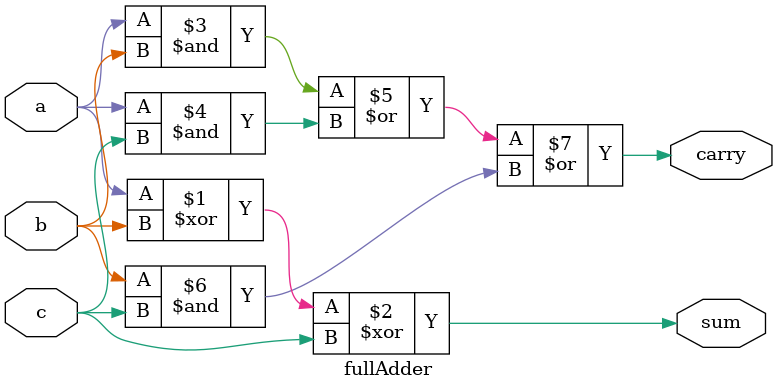
<source format=v>
module fullAdder(a, b, c, sum, carry);
input a, b, c;
output sum, carry;
assign sum = a ^ b ^ c;
assign carry = (a & b) | (a & c) | (b & c);

endmodule

</source>
